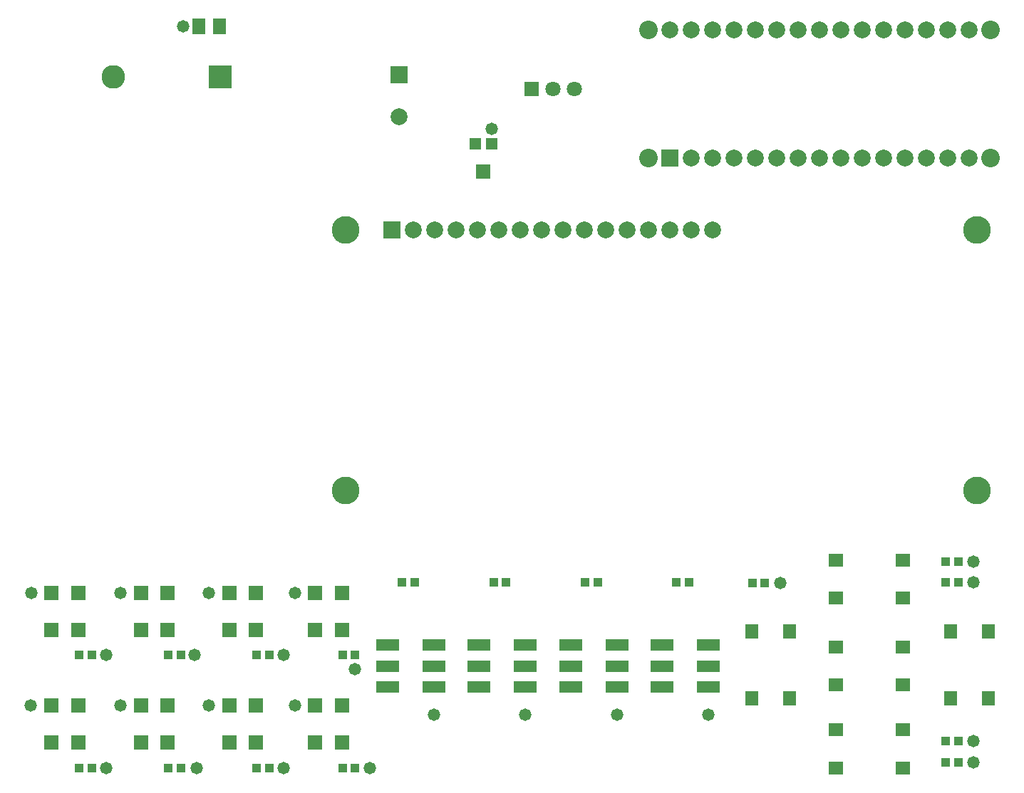
<source format=gts>
G04*
G04 #@! TF.GenerationSoftware,Altium Limited,Altium Designer,19.1.8 (144)*
G04*
G04 Layer_Color=8388736*
%FSLAX24Y24*%
%MOIN*%
G70*
G01*
G75*
%ADD20R,0.0592X0.0730*%
%ADD21R,0.0552X0.0552*%
%ADD22R,0.0710X0.0671*%
%ADD23R,0.0415X0.0415*%
%ADD24R,0.0592X0.0690*%
%ADD25R,0.0690X0.0592*%
%ADD26R,0.1064X0.0552*%
%ADD27R,0.0680X0.0680*%
%ADD28C,0.0867*%
%ADD29R,0.0789X0.0789*%
%ADD30C,0.0789*%
%ADD31C,0.1300*%
%ADD32C,0.1104*%
%ADD33R,0.1104X0.1104*%
%ADD34R,0.0710X0.0710*%
%ADD35C,0.0710*%
%ADD36C,0.0580*%
D20*
X8642Y36220D02*
D03*
X9626D02*
D03*
D21*
X21575Y30709D02*
D03*
X22362D02*
D03*
D22*
X21969Y29429D02*
D03*
D23*
X3051Y6772D02*
D03*
X3642D02*
D03*
X7815D02*
D03*
X7224D02*
D03*
X11358D02*
D03*
X11949D02*
D03*
X15965D02*
D03*
X15374D02*
D03*
Y1496D02*
D03*
X15965D02*
D03*
X11949D02*
D03*
X11358D02*
D03*
X7224D02*
D03*
X7815D02*
D03*
X3642D02*
D03*
X3051D02*
D03*
X31575Y10197D02*
D03*
X30984D02*
D03*
X27323D02*
D03*
X26732D02*
D03*
X22441D02*
D03*
X23031D02*
D03*
X43593Y2756D02*
D03*
X44183D02*
D03*
X43593Y1732D02*
D03*
X44183D02*
D03*
X43593Y10197D02*
D03*
X44183D02*
D03*
X43593Y11142D02*
D03*
X44183D02*
D03*
X34547Y10157D02*
D03*
X35138D02*
D03*
X18740Y10197D02*
D03*
X18150D02*
D03*
D24*
X34528Y4744D02*
D03*
Y7874D02*
D03*
X36299Y4744D02*
D03*
Y7874D02*
D03*
X43819Y4744D02*
D03*
Y7874D02*
D03*
X45591Y4744D02*
D03*
Y7874D02*
D03*
D25*
X41594Y9449D02*
D03*
X38465D02*
D03*
X41594Y11220D02*
D03*
X38465D02*
D03*
Y7165D02*
D03*
X41594D02*
D03*
X38465Y5394D02*
D03*
X41594D02*
D03*
Y1496D02*
D03*
X38465D02*
D03*
X41594Y3268D02*
D03*
X38465D02*
D03*
D26*
X19646Y5276D02*
D03*
Y6260D02*
D03*
X17480Y5276D02*
D03*
Y6260D02*
D03*
X19646Y7244D02*
D03*
X17480D02*
D03*
X21772D02*
D03*
X23937D02*
D03*
X21772Y6260D02*
D03*
Y5276D02*
D03*
X23937Y6260D02*
D03*
Y5276D02*
D03*
X28228D02*
D03*
Y6260D02*
D03*
X26063Y5276D02*
D03*
Y6260D02*
D03*
X28228Y7244D02*
D03*
X26063D02*
D03*
X30315D02*
D03*
X32480D02*
D03*
X30315Y6260D02*
D03*
Y5276D02*
D03*
X32480Y6260D02*
D03*
Y5276D02*
D03*
D27*
X3031Y7953D02*
D03*
Y9685D02*
D03*
X1772Y7953D02*
D03*
Y9685D02*
D03*
X5945D02*
D03*
Y7953D02*
D03*
X7205Y9685D02*
D03*
Y7953D02*
D03*
X11339D02*
D03*
Y9685D02*
D03*
X10079Y7953D02*
D03*
Y9685D02*
D03*
X14094D02*
D03*
Y7953D02*
D03*
X15354Y9685D02*
D03*
Y7953D02*
D03*
Y2677D02*
D03*
Y4409D02*
D03*
X14094Y2677D02*
D03*
Y4409D02*
D03*
X10079D02*
D03*
Y2677D02*
D03*
X11339Y4409D02*
D03*
Y2677D02*
D03*
X7205D02*
D03*
Y4409D02*
D03*
X5945Y2677D02*
D03*
Y4409D02*
D03*
X1772D02*
D03*
Y2677D02*
D03*
X3031Y4409D02*
D03*
Y2677D02*
D03*
D28*
X29701Y30039D02*
D03*
X45701D02*
D03*
Y36039D02*
D03*
X29701D02*
D03*
D29*
X30701Y30039D02*
D03*
X17693Y26693D02*
D03*
X18032Y33937D02*
D03*
D30*
X31701Y30039D02*
D03*
X32701D02*
D03*
X33701D02*
D03*
X34701D02*
D03*
X35701D02*
D03*
X36701D02*
D03*
X37701D02*
D03*
X38701D02*
D03*
X39701D02*
D03*
X40701D02*
D03*
X41701D02*
D03*
X42701D02*
D03*
X43701D02*
D03*
X44701D02*
D03*
Y36039D02*
D03*
X43701D02*
D03*
X42701D02*
D03*
X41701D02*
D03*
X40701D02*
D03*
X39701D02*
D03*
X38701D02*
D03*
X37701D02*
D03*
X36701D02*
D03*
X35701D02*
D03*
X34701D02*
D03*
X33701D02*
D03*
X32701D02*
D03*
X31701D02*
D03*
X30701D02*
D03*
X32693Y26693D02*
D03*
X31693D02*
D03*
X30693D02*
D03*
X29693D02*
D03*
X28693D02*
D03*
X27693D02*
D03*
X26693D02*
D03*
X25693D02*
D03*
X24693D02*
D03*
X23693D02*
D03*
X22693D02*
D03*
X21693D02*
D03*
X20693D02*
D03*
X19693D02*
D03*
X18693D02*
D03*
X18032Y31969D02*
D03*
D31*
X45055Y14488D02*
D03*
Y26693D02*
D03*
X15528Y14488D02*
D03*
Y26693D02*
D03*
D32*
X4646Y33858D02*
D03*
D33*
X9646D02*
D03*
D34*
X24209Y33268D02*
D03*
D35*
X25209D02*
D03*
X26209D02*
D03*
D36*
X7913Y36220D02*
D03*
X35866Y10157D02*
D03*
X22362Y31417D02*
D03*
X32480Y3976D02*
D03*
X23937D02*
D03*
X827Y9685D02*
D03*
X5000D02*
D03*
X9134D02*
D03*
X4331Y6772D02*
D03*
X8465D02*
D03*
X12638D02*
D03*
X13150Y4409D02*
D03*
X9134D02*
D03*
X5000D02*
D03*
X787D02*
D03*
X4331Y1496D02*
D03*
X8543D02*
D03*
X12638D02*
D03*
X16654D02*
D03*
X44882Y10197D02*
D03*
Y2756D02*
D03*
X19646Y3976D02*
D03*
X28228D02*
D03*
X15965Y6102D02*
D03*
X13150Y9685D02*
D03*
X44882Y11142D02*
D03*
Y1732D02*
D03*
M02*

</source>
